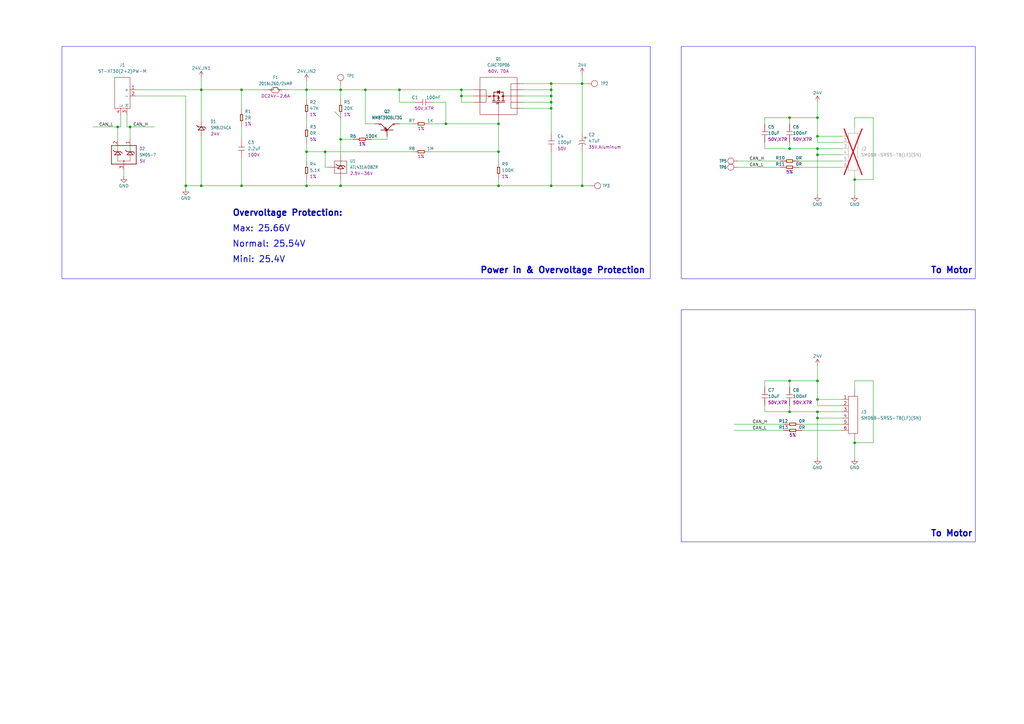
<source format=kicad_sch>
(kicad_sch (version 20231120) (generator "eeschema") (generator_version "8.0")
  (paper "A3")
  (title_block (title "Temporary Project") (date "2024-10-22") (rev "v0.9"))
  (lib_symbols
    (symbol "Seeed_libdb:Capacitors/302010012" (pin_numbers hide) (pin_names hide)
      (property "Reference" "C" (at 3.175 0 0))
      (property "Value" "100pF" (at 5.715 -1.905 0))
      (property "Voltage Rating" "50V" (at 0 0 0))
      (symbol "Capacitors/302010012_1_1"
        (pin passive line (at 0 3.81 270) (length 2.54) (name "1") (number "1"))
        (pin passive line (at 0 -3.81 90) (length 2.54) (name "2") (number "2"))
      )
    )
    (symbol "Seeed_libdb:Capacitors/302010138" (pin_numbers hide) (pin_names hide)
      (property "Reference" "C" (at 3.175 0 0))
      (property "Value" "100nF" (at 5.715 -1.905 0))
      (property "Voltage Rating" "50V,X7R" (at 0 0 0))
      (symbol "Capacitors/302010138_1_1"
        (pin passive line (at 0 3.81 270) (length 2.54) (name "1") (number "1"))
        (pin passive line (at 0 -3.81 90) (length 2.54) (name "2") (number "2"))
      )
    )
    (symbol "Seeed_libdb:Capacitors/302011107" (pin_numbers hide) (pin_names hide)
      (property "Reference" "C" (at 3.175 0 0))
      (property "Value" "2.2uF" (at 5.715 -1.905 0))
      (property "Voltage Rating" "100V" (at 0 0 0))
      (symbol "Capacitors/302011107_1_1"
        (pin passive line (at 0 3.81 270) (length 2.54) (name "1") (number "1"))
        (pin passive line (at 0 -3.81 90) (length 2.54) (name "2") (number "2"))
      )
    )
    (symbol "Seeed_libdb:Capacitors/302012419" (pin_numbers hide) (pin_names hide)
      (property "Reference" "C" (at 3.175 0 0))
      (property "Value" "10uF" (at 5.715 -1.905 0))
      (property "Voltage Rating" "50V,X7R" (at 0 0 0))
      (symbol "Capacitors/302012419_1_1"
        (pin passive line (at 0 3.81 270) (length 2.54) (name "1") (number "1"))
        (pin passive line (at 0 -3.81 90) (length 2.54) (name "2") (number "2"))
      )
    )
    (symbol "Seeed_libdb:Capacitors/302030988" (pin_numbers hide) (pin_names hide)
      (property "Reference" "C" (at 1.905 0.635 0))
      (property "Value" "47uF" (at 4.445 -1.27 0))
      (property "Voltage Rating" "35V,Aluminum" (at 0 0 0))
      (symbol "Capacitors/302030988_1_1"
        (pin passive line (at 0 3.81 270) (length 2.54) (name "1") (number "1"))
        (pin passive line (at 0 -3.81 90) (length 2.54) (name "2") (number "2"))
      )
    )
    (symbol "Seeed_libdb:Connector/320112130"
      (property "Reference" "J" (at -7.62 7.62 0))
      (property "Value" "ST-XT30(2+2)PW-M" (at -6.35 5.08 0))
      (symbol "Connector/320112130_1_0"
        (pin passive line (at -1.27 6.35 270) (length 2.54) (name "+") (number "1"))
        (pin passive line (at 1.27 6.35 270) (length 2.54) (name "-") (number "2"))
        (pin passive line (at 8.89 2.54 180) (length 2.54) (name "H") (number "3"))
        (pin passive line (at 8.89 0 180) (length 2.54) (name "L") (number "4"))
      )
    )
    (symbol "Seeed_libdb:Connector/320150213"
      (property "Reference" "J" (at -5.08 12.7 0))
      (property "Value" "SM06B-SRSS-TB(LF)(SN)" (at -2.54 10.16 0))
      (symbol "Connector/320150213_1_0"
        (pin passive line (at -2.54 5.08 0) (length 2.54) (name "1") (number "1"))
        (pin passive line (at -2.54 2.54 0) (length 2.54) (name "2") (number "2"))
        (pin passive line (at -2.54 0 0) (length 2.54) (name "3") (number "3"))
        (pin passive line (at -2.54 -2.54 0) (length 2.54) (name "4") (number "4"))
        (pin passive line (at -2.54 -5.08 0) (length 2.54) (name "5") (number "5"))
        (pin passive line (at -2.54 -7.62 0) (length 2.54) (name "6") (number "6"))
        (pin passive line (at 2.54 -11.43 90) (length 2.54) (name "7") (number "7"))
        (pin passive line (at 2.54 8.89 270) (length 2.54) (name "8") (number "8"))
      )
    )
    (symbol "Seeed_libdb:Diode/304050019"
      (property "Reference" "D" (at -5.08 3.81 0))
      (property "Value" "SM05-7" (at 0.635 3.81 0))
      (property "Rating" "5V" (at 0 0 0))
      (symbol "Diode/304050019_1_0"
        (pin passive line (at -2.54 -6.35 90) (length 2.54) (name "1") (number "1"))
        (pin passive line (at 2.54 -6.35 90) (length 2.54) (name "2") (number "2"))
        (pin passive line (at 0 6.35 270) (length 2.54) (name "3") (number "3"))
      )
    )
    (symbol "Seeed_libdb:Diode/304051161"
      (property "Reference" "D" (at -3.175 0.635 0))
      (property "Value" "SMBJ24CA" (at 0.635 0.635 0))
      (property "Rating" "24V" (at 0 0 0))
      (symbol "Diode/304051161_1_0"
        (pin passive line (at -3.81 0 0) (length 2.54) (name "+") (number "1"))
        (pin passive line (at 2.54 0 180) (length 2.54) (name "-") (number "2"))
      )
    )
    (symbol "Seeed_libdb:Fuse/307010777"
      (property "Reference" "F" (at -3.81 0.635 0))
      (property "Value" "2016L260/24MR	" (at 0.635 0.635 0))
      (property "Rating" "DC24V-2.6A" (at 0 0 0))
      (symbol "Fuse/307010777_1_0"
        (pin passive line (at -5.08 0 0) (length 2.54) (name "1") (number "1"))
        (pin passive line (at 5.08 0 180) (length 2.54) (name "2") (number "2"))
      )
    )
    (symbol "Seeed_libdb:Ic/310031388"
      (property "Reference" "U" (at 2.54 0.635 0))
      (property "Value" "ATL431AIDBZR	" (at 2.54 -1.905 0))
      (property "Rating" "2.5V-36V" (at 0 0 0))
      (symbol "Ic/310031388_1_0"
        (pin passive line (at 0 5.08 270) (length 2.54) (name "-") (number "1"))
        (pin passive line (at -5.08 0 0) (length 2.54) (name "Vref") (number "2"))
        (pin passive line (at 0 -5.08 90) (length 2.54) (name "+") (number "3"))
      )
    )
    (symbol "Seeed_libdb:Misc/TP-1.6MM-ROUND"
      (property "Reference" "TP" (at -2.54 0 0))
      (property "Value" "Test Point" (at 5.08 0 0))
      (symbol "Misc/TP-1.6MM-ROUND_1_0"
        (pin passive line (at -2.54 0 0) (length 0) (name "T") (number "1"))
      )
    )
    (symbol "Seeed_libdb:Mosfet/305020497"
      (property "Reference" "Q" (at -7.62 7.62 0))
      (property "Value" "CJAC70P06" (at -2.54 7.62 0))
      (property "Rating" "60V，70A" (at 0 0 0))
      (symbol "Mosfet/305020497_1_0"
        (text "D" (at -0.635 2.2225 0) (effects (font (size 0.8128 0.6908)) (justify left bottom)))
        (text "G" (at -3.4925 0 0) (effects (font (size 0.8128 0.6908)) (justify left bottom)))
        (text "S" (at -0.635 -3.175 0) (effects (font (size 0.8128 0.6908)) (justify left bottom)))
        (pin passive line (at -2.54 -10.16 90) (length 2.54) (name "S1") (number "1"))
        (pin passive line (at 0 -10.16 90) (length 2.54) (name "S2") (number "2"))
        (pin passive line (at 2.54 -10.16 90) (length 2.54) (name "S3") (number "3"))
        (pin passive line (at -10.16 0 0) (length 2.54) (name "G") (number "4"))
        (pin passive line (at -5.08 10.16 270) (length 2.54) (name "D1") (number "5"))
        (pin passive line (at -2.54 10.16 270) (length 2.54) (name "D2") (number "6"))
        (pin passive line (at 0 10.16 270) (length 2.54) (name "D3") (number "7"))
        (pin passive line (at 2.54 10.16 270) (length 2.54) (name "D4") (number "8"))
        (pin passive line (at 5.08 10.16 270) (length 2.54) (name "D5") (number "9"))
      )
    )
    (symbol "Seeed_libdb:Resistors/301010000" (pin_numbers hide) (pin_names (offset 1.016))
      (property "Reference" "R" (at -1.905 0.635 0))
      (property "Value" "0R" (at 0.635 0.635 0))
      (property "Power Rating" "5%" (at 0 0 0))
      (symbol "Resistors/301010000_0_0"
        (pin passive line (at -3.81 0 0) (length 2.54) (name "~") (number "1"))
        (pin passive line (at 3.81 0 180) (length 2.54) (name "~") (number "2"))
      )
    )
    (symbol "Seeed_libdb:Resistors/301010043" (pin_numbers hide) (pin_names (offset 1.016))
      (property "Reference" "R" (at -1.905 0.635 0))
      (property "Value" "1M" (at 0.635 0.635 0))
      (property "Power Rating" "1%" (at 0 0 0))
      (symbol "Resistors/301010043_0_0"
        (pin passive line (at -3.81 0 0) (length 2.54) (name "~") (number "1"))
        (pin passive line (at 3.81 0 180) (length 2.54) (name "~") (number "2"))
      )
    )
    (symbol "Seeed_libdb:Resistors/301010044" (pin_numbers hide) (pin_names (offset 1.016))
      (property "Reference" "R" (at -1.905 0.635 0))
      (property "Value" "1K" (at 0.635 0.635 0))
      (property "Power Rating" "1%" (at 0 0 0))
      (symbol "Resistors/301010044_0_0"
        (pin passive line (at -3.81 0 0) (length 2.54) (name "~") (number "1"))
        (pin passive line (at 3.81 0 180) (length 2.54) (name "~") (number "2"))
      )
    )
    (symbol "Seeed_libdb:Resistors/301010054" (pin_numbers hide) (pin_names (offset 1.016))
      (property "Reference" "R" (at -1.905 0.635 0))
      (property "Value" "47K" (at 0.635 0.635 0))
      (property "Power Rating" "1%" (at 0 0 0))
      (symbol "Resistors/301010054_0_0"
        (pin passive line (at -3.81 0 0) (length 2.54) (name "~") (number "1"))
        (pin passive line (at 3.81 0 180) (length 2.54) (name "~") (number "2"))
      )
    )
    (symbol "Seeed_libdb:Resistors/301010072" (pin_numbers hide) (pin_names (offset 1.016))
      (property "Reference" "R" (at -1.905 0.635 0))
      (property "Value" "20K" (at 0.635 0.635 0))
      (property "Power Rating" "1%" (at 0 0 0))
      (symbol "Resistors/301010072_0_0"
        (pin passive line (at -3.81 0 0) (length 2.54) (name "~") (number "1"))
        (pin passive line (at 3.81 0 180) (length 2.54) (name "~") (number "2"))
      )
    )
    (symbol "Seeed_libdb:Resistors/301010456" (pin_numbers hide) (pin_names (offset 1.016))
      (property "Reference" "R" (at -1.905 0.635 0))
      (property "Value" "100K" (at 0.635 0.635 0))
      (property "Power Rating" "1%" (at 0 0 0))
      (symbol "Resistors/301010456_0_0"
        (pin passive line (at -3.81 0 0) (length 2.54) (name "~") (number "1"))
        (pin passive line (at 3.81 0 180) (length 2.54) (name "~") (number "2"))
      )
    )
    (symbol "Seeed_libdb:Resistors/301010495" (pin_numbers hide) (pin_names (offset 1.016))
      (property "Reference" "R" (at -1.905 0.635 0))
      (property "Value" "5.1K" (at 0.635 0.635 0))
      (property "Power Rating" "1%" (at 0 0 0))
      (symbol "Resistors/301010495_0_0"
        (pin passive line (at -3.81 0 0) (length 2.54) (name "~") (number "1"))
        (pin passive line (at 3.81 0 180) (length 2.54) (name "~") (number "2"))
      )
    )
    (symbol "Seeed_libdb:Resistors/301013445" (pin_numbers hide) (pin_names (offset 1.016))
      (property "Reference" "R" (at -1.905 0.635 0))
      (property "Value" "2R" (at 0.635 0.635 0))
      (property "Power Rating" "1%" (at 0 0 0))
      (symbol "Resistors/301013445_0_0"
        (pin passive line (at -3.81 0 0) (length 2.54) (name "~") (number "1"))
        (pin passive line (at 3.81 0 180) (length 2.54) (name "~") (number "2"))
      )
    )
    (symbol "Seeed_libdb:Transistor/305020002"
      (property "Reference" "Q" (at -3.81 1.27 0))
      (property "Value" "MMBT3906LT3G" (at -1.27 1.27 0))
      (symbol "Transistor/305020002_1_0"
        (text "B" (at -0.635 0 0) (effects (font (size 0.635 0.5397)) (justify left bottom)))
        (text "C" (at 1.905 -3.175 0) (effects (font (size 0.635 0.5397)) (justify left bottom)))
        (text "E" (at 1.905 2.54 0) (effects (font (size 0.635 0.5397)) (justify left bottom)))
        (pin passive line (at -2.54 0 0) (length 2.54) (name "B") (number "1"))
        (pin passive line (at 2.54 5.08 270) (length 2.54) (name "E") (number "2"))
        (pin passive line (at 2.54 -5.08 90) (length 2.54) (name "C") (number "3"))
      )
    )
    (symbol "power:+24V" (power) (pin_numbers hide) (pin_names (offset 0) hide)
      (property "Value" "+24V" (at 0 3.556 0))
      (symbol "+24V_1_1"
        (pin power_in line (at 0 0 90) (length 0) (name "~") (number "1"))
      )
    )
    (symbol "power:GND" (power) (pin_numbers hide) (pin_names (offset 0) hide)
      (property "Value" "GND" (at 0 -3.81 0))
      (symbol "GND_1_1"
        (pin power_in line (at 0 0 270) (length 0) (name "~") (number "1"))
      )
    )
  )
  (junction (at 226.06 44.45))
  (junction (at 335.28 63.5))
  (junction (at 163.83 36.83))
  (junction (at 139.7 57.15))
  (junction (at 226.06 76.2))
  (junction (at 53.34 52.07))
  (junction (at 335.28 168.91))
  (junction (at 204.47 76.2))
  (junction (at 189.23 39.37))
  (junction (at 139.7 76.2))
  (junction (at 82.55 36.83))
  (junction (at 226.06 41.91))
  (junction (at 323.85 156.21))
  (junction (at 350.52 181.61))
  (junction (at 125.73 36.83))
  (junction (at 335.28 156.21))
  (junction (at 189.23 36.83))
  (junction (at 335.28 48.26))
  (junction (at 335.28 55.88))
  (junction (at 149.86 36.83))
  (junction (at 238.76 76.2))
  (junction (at 226.06 39.37))
  (junction (at 133.35 62.23))
  (junction (at 99.06 36.83))
  (junction (at 323.85 60.96))
  (junction (at 82.55 76.2))
  (junction (at 238.76 34.29))
  (junction (at 323.85 168.91))
  (junction (at 335.28 60.96))
  (junction (at 99.06 76.2))
  (junction (at 125.73 62.23))
  (junction (at 76.2 76.2))
  (junction (at 139.7 36.83))
  (junction (at 204.47 62.23))
  (junction (at 226.06 36.83))
  (junction (at 48.26 52.07))
  (junction (at 323.85 48.26))
  (junction (at 182.88 50.8))
  (junction (at 335.28 171.45))
  (junction (at 335.28 163.83))
  (junction (at 125.73 76.2))
  (junction (at 204.47 50.8))
  (junction (at 350.52 73.66))
  (junction (at 226.06 34.29))
  (bus_entry (at 137.16 45.72) (size 2.54 2.54))
  (wire (pts (xy 226.06 62.23) (xy 226.06 76.2)))
  (wire (pts (xy 139.7 57.15) (xy 144.78 57.15)))
  (wire (pts (xy 327.66 68.58) (xy 345.44 68.58)))
  (wire (pts (xy 350.52 48.26) (xy 358.14 48.26)))
  (wire (pts (xy 335.28 163.83) (xy 345.44 163.83)))
  (wire (pts (xy 170.18 41.91) (xy 163.83 41.91)))
  (wire (pts (xy 313.69 156.21) (xy 313.69 158.75)))
  (wire (pts (xy 313.69 168.91) (xy 323.85 168.91)))
  (wire (pts (xy 350.52 72.39) (xy 350.52 73.66)))
  (wire (pts (xy 125.73 76.2) (xy 139.7 76.2)))
  (wire (pts (xy 204.47 62.23) (xy 204.47 66.04)))
  (wire (pts (xy 345.44 58.42) (xy 335.28 58.42)))
  (wire (pts (xy 133.35 62.23) (xy 168.91 62.23)))
  (wire (pts (xy 125.73 62.23) (xy 125.73 66.04)))
  (wire (pts (xy 99.06 36.83) (xy 99.06 44.45)))
  (wire (pts (xy 133.35 62.23) (xy 133.35 68.58)))
  (wire (pts (xy 226.06 34.29) (xy 226.06 36.83)))
  (wire (pts (xy 313.69 60.96) (xy 323.85 60.96)))
  (wire (pts (xy 302.26 68.58) (xy 320.04 68.58)))
  (wire (pts (xy 350.52 156.21) (xy 358.14 156.21)))
  (wire (pts (xy 176.53 62.23) (xy 204.47 62.23)))
  (wire (pts (xy 53.34 52.07) (xy 53.34 57.15)))
  (wire (pts (xy 163.83 50.8) (xy 168.91 50.8)))
  (wire (pts (xy 328.93 173.99) (xy 345.44 173.99)))
  (wire (pts (xy 358.14 73.66) (xy 350.52 73.66)))
  (wire (pts (xy 204.47 73.66) (xy 204.47 76.2)))
  (wire (pts (xy 300.99 176.53) (xy 321.31 176.53)))
  (wire (pts (xy 350.52 181.61) (xy 350.52 187.96)))
  (wire (pts (xy 323.85 158.75) (xy 323.85 156.21)))
  (wire (pts (xy 50.8 69.85) (xy 50.8 72.39)))
  (wire (pts (xy 55.88 36.83) (xy 82.55 36.83)))
  (wire (pts (xy 163.83 36.83) (xy 189.23 36.83)))
  (wire (pts (xy 125.73 62.23) (xy 133.35 62.23)))
  (wire (pts (xy 153.67 50.8) (xy 149.86 50.8)))
  (wire (pts (xy 335.28 168.91) (xy 335.28 171.45)))
  (wire (pts (xy 335.28 171.45) (xy 335.28 187.96)))
  (wire (pts (xy 226.06 76.2) (xy 238.76 76.2)))
  (wire (pts (xy 48.26 52.07) (xy 49.53 52.07)))
  (wire (pts (xy 76.2 76.2) (xy 76.2 77.47)))
  (wire (pts (xy 335.28 55.88) (xy 345.44 55.88)))
  (wire (pts (xy 149.86 36.83) (xy 163.83 36.83)))
  (wire (pts (xy 125.73 36.83) (xy 118.11 36.83)))
  (wire (pts (xy 38.1 52.07) (xy 48.26 52.07)))
  (wire (pts (xy 335.28 41.91) (xy 335.28 48.26)))
  (wire (pts (xy 139.7 76.2) (xy 204.47 76.2)))
  (wire (pts (xy 125.73 33.02) (xy 125.73 36.83)))
  (wire (pts (xy 335.28 48.26) (xy 335.28 55.88)))
  (wire (pts (xy 345.44 166.37) (xy 335.28 166.37)))
  (wire (pts (xy 242.57 76.2) (xy 238.76 76.2)))
  (wire (pts (xy 204.47 76.2) (xy 226.06 76.2)))
  (wire (pts (xy 323.85 166.37) (xy 323.85 168.91)))
  (wire (pts (xy 300.99 173.99) (xy 321.31 173.99)))
  (wire (pts (xy 335.28 63.5) (xy 345.44 63.5)))
  (wire (pts (xy 214.63 39.37) (xy 226.06 39.37)))
  (wire (pts (xy 139.7 34.29) (xy 139.7 36.83)))
  (wire (pts (xy 125.73 36.83) (xy 125.73 40.64)))
  (wire (pts (xy 204.47 50.8) (xy 204.47 62.23)))
  (wire (pts (xy 99.06 76.2) (xy 125.73 76.2)))
  (wire (pts (xy 182.88 50.8) (xy 176.53 50.8)))
  (wire (pts (xy 345.44 168.91) (xy 335.28 168.91)))
  (wire (pts (xy 313.69 48.26) (xy 323.85 48.26)))
  (wire (pts (xy 323.85 168.91) (xy 335.28 168.91)))
  (wire (pts (xy 152.4 57.15) (xy 158.75 57.15)))
  (wire (pts (xy 350.52 180.34) (xy 350.52 181.61)))
  (wire (pts (xy 214.63 34.29) (xy 226.06 34.29)))
  (wire (pts (xy 99.06 36.83) (xy 107.95 36.83)))
  (wire (pts (xy 134.62 68.58) (xy 133.35 68.58)))
  (wire (pts (xy 323.85 60.96) (xy 335.28 60.96)))
  (wire (pts (xy 82.55 36.83) (xy 82.55 49.53)))
  (wire (pts (xy 350.52 73.66) (xy 350.52 80.01)))
  (wire (pts (xy 139.7 57.15) (xy 139.7 63.5)))
  (wire (pts (xy 226.06 41.91) (xy 226.06 44.45)))
  (wire (pts (xy 358.14 156.21) (xy 358.14 181.61)))
  (wire (pts (xy 177.8 41.91) (xy 182.88 41.91)))
  (wire (pts (xy 323.85 156.21) (xy 335.28 156.21)))
  (wire (pts (xy 345.44 60.96) (xy 335.28 60.96)))
  (wire (pts (xy 238.76 62.23) (xy 238.76 76.2)))
  (wire (pts (xy 158.75 57.15) (xy 158.75 55.88)))
  (wire (pts (xy 335.28 166.37) (xy 335.28 163.83)))
  (wire (pts (xy 350.52 52.07) (xy 350.52 48.26)))
  (wire (pts (xy 163.83 41.91) (xy 163.83 36.83)))
  (wire (pts (xy 125.73 48.26) (xy 125.73 50.8)))
  (wire (pts (xy 149.86 50.8) (xy 149.86 36.83)))
  (wire (pts (xy 125.73 73.66) (xy 125.73 76.2)))
  (wire (pts (xy 76.2 76.2) (xy 82.55 76.2)))
  (wire (pts (xy 82.55 36.83) (xy 99.06 36.83)))
  (wire (pts (xy 313.69 58.42) (xy 313.69 60.96)))
  (wire (pts (xy 238.76 34.29) (xy 238.76 54.61)))
  (wire (pts (xy 238.76 30.48) (xy 238.76 34.29)))
  (wire (pts (xy 313.69 156.21) (xy 323.85 156.21)))
  (wire (pts (xy 226.06 34.29) (xy 238.76 34.29)))
  (wire (pts (xy 350.52 160.02) (xy 350.52 156.21)))
  (wire (pts (xy 76.2 39.37) (xy 55.88 39.37)))
  (wire (pts (xy 226.06 39.37) (xy 226.06 41.91)))
  (wire (pts (xy 182.88 41.91) (xy 182.88 50.8)))
  (wire (pts (xy 139.7 73.66) (xy 139.7 76.2)))
  (wire (pts (xy 189.23 39.37) (xy 189.23 36.83)))
  (wire (pts (xy 204.47 50.8) (xy 204.47 49.53)))
  (wire (pts (xy 149.86 36.83) (xy 139.7 36.83)))
  (wire (pts (xy 194.31 39.37) (xy 189.23 39.37)))
  (wire (pts (xy 226.06 36.83) (xy 226.06 39.37)))
  (wire (pts (xy 125.73 36.83) (xy 139.7 36.83)))
  (wire (pts (xy 82.55 76.2) (xy 99.06 76.2)))
  (wire (pts (xy 323.85 58.42) (xy 323.85 60.96)))
  (wire (pts (xy 226.06 44.45) (xy 226.06 54.61)))
  (wire (pts (xy 189.23 41.91) (xy 189.23 39.37)))
  (wire (pts (xy 335.28 58.42) (xy 335.28 55.88)))
  (wire (pts (xy 323.85 48.26) (xy 335.28 48.26)))
  (wire (pts (xy 335.28 171.45) (xy 345.44 171.45)))
  (wire (pts (xy 82.55 31.75) (xy 82.55 36.83)))
  (wire (pts (xy 48.26 52.07) (xy 48.26 57.15)))
  (wire (pts (xy 49.53 46.99) (xy 49.53 52.07)))
  (wire (pts (xy 52.07 52.07) (xy 53.34 52.07)))
  (wire (pts (xy 182.88 50.8) (xy 204.47 50.8)))
  (wire (pts (xy 335.28 149.86) (xy 335.28 156.21)))
  (wire (pts (xy 76.2 39.37) (xy 76.2 76.2)))
  (wire (pts (xy 238.76 34.29) (xy 241.3 34.29)))
  (wire (pts (xy 328.93 176.53) (xy 345.44 176.53)))
  (wire (pts (xy 327.66 66.04) (xy 345.44 66.04)))
  (wire (pts (xy 53.34 52.07) (xy 63.5 52.07)))
  (wire (pts (xy 99.06 52.07) (xy 99.06 57.15)))
  (wire (pts (xy 335.28 156.21) (xy 335.28 163.83)))
  (wire (pts (xy 139.7 40.64) (xy 139.7 36.83)))
  (wire (pts (xy 214.63 44.45) (xy 226.06 44.45)))
  (wire (pts (xy 358.14 181.61) (xy 350.52 181.61)))
  (wire (pts (xy 302.26 66.04) (xy 320.04 66.04)))
  (wire (pts (xy 99.06 64.77) (xy 99.06 76.2)))
  (wire (pts (xy 335.28 63.5) (xy 335.28 80.01)))
  (wire (pts (xy 125.73 58.42) (xy 125.73 62.23)))
  (wire (pts (xy 52.07 46.99) (xy 52.07 52.07)))
  (wire (pts (xy 82.55 55.88) (xy 82.55 76.2)))
  (wire (pts (xy 214.63 36.83) (xy 226.06 36.83)))
  (wire (pts (xy 313.69 166.37) (xy 313.69 168.91)))
  (wire (pts (xy 139.7 48.26) (xy 139.7 57.15)))
  (wire (pts (xy 335.28 60.96) (xy 335.28 63.5)))
  (wire (pts (xy 313.69 48.26) (xy 313.69 50.8)))
  (wire (pts (xy 194.31 41.91) (xy 189.23 41.91)))
  (wire (pts (xy 323.85 50.8) (xy 323.85 48.26)))
  (wire (pts (xy 189.23 36.83) (xy 194.31 36.83)))
  (wire (pts (xy 358.14 48.26) (xy 358.14 73.66)))
  (wire (pts (xy 214.63 41.91) (xy 226.06 41.91)))
  (rectangle (start 25.4 19.05) (end 266.7 114.3))
  (rectangle (start 279.4 127) (end 400.05 222.25))
  (rectangle (start 279.4 19.05) (end 400.05 114.3))
  (text "To Motor" (at 381.635 112.395 0) (effects (font (size 2.54 2.54) (thickness 0.508) (bold yes)) (justify left bottom)))
  (text "To Motor" (at 381.635 220.345 0) (effects (font (size 2.54 2.54) (thickness 0.508) (bold yes)) (justify left bottom)))
  (text "Normal: 25.54V" (at 95.25 101.6 0) (effects (font (size 2.54 2.54) (thickness 0.3175)) (justify left bottom)))
  (text "Max: 25.66V" (at 95.25 95.25 0) (effects (font (size 2.54 2.54) (thickness 0.3175)) (justify left bottom)))
  (text "Power in & Overvoltage Protection" (at 196.85 112.395 0) (effects (font (size 2.54 2.54) (thickness 0.508) (bold yes)) (justify left bottom)))
  (text "Overvoltage Protection:" (at 95.25 88.9 0) (effects (font (size 2.54 2.54) (thickness 0.508) (bold yes)) (justify left bottom)))
  (text "Mini: 25.4V" (at 95.25 107.95 0) (effects (font (size 2.54 2.54) (thickness 0.3175)) (justify left bottom)))
  (label "CAN_H" (at 54.61 52.07 0))
  (label "CAN_L" (at 307.34 68.58 0))
  (label "CAN_L" (at 40.64 52.07 0))
  (label "CAN_H" (at 307.34 66.04 0))
  (label "CAN_H" (at 308.61 173.99 0))
  (label "CAN_L" (at 308.61 176.53 0))
  (symbol (lib_id "power:GND") (at 350.52 80.01 0) (unit 1)
    (property "Reference" "#PWR06" (effects (hide yes)))
    (property "Value" "GND" (at 350.52 83.82 0))
    (property "Description" "Power symbol creates a global label with name \"GND\" , ground" (effects (hide yes)))
  )
  (symbol (lib_id "Seeed_libdb:Misc/TP-1.6MM-ROUND") (at 139.7 31.75 90) (unit 1)
    (property "Reference" "TP1" (at 142.24 31.1149 90) (effects (font (size 1.27 1.0795)) (justify right)))
    (property "Value" "Test Point" (effects (hide yes)))
    (property "Footprint" "Misc:TP-1.6MM-ROUND" (effects (hide yes)))
    (property "Description" "Test Point;TP-1.6MM-ROUND" (effects (hide yes)))
    (property "SKU" "TP-1.6MM-ROUND" (effects (hide yes)))
    (property "Part Type" "Test Point" (effects (hide yes)))
  )
  (symbol (lib_id "Seeed_libdb:Misc/TP-1.6MM-ROUND") (at 243.84 34.29 0) (unit 1)
    (property "Reference" "TP2" (at 246.38 34.29 0) (effects (font (size 1.27 1.0795)) (justify left)))
    (property "Value" "Test Point" (effects (hide yes)))
    (property "Footprint" "Misc:TP-1.6MM-ROUND" (effects (hide yes)))
    (property "Description" "Test Point;TP-1.6MM-ROUND" (effects (hide yes)))
    (property "SKU" "TP-1.6MM-ROUND" (effects (hide yes)))
    (property "Part Type" "Test Point" (effects (hide yes)))
  )
  (symbol (lib_id "power:GND") (at 335.28 80.01 0) (unit 1)
    (property "Reference" "#PWR07" (effects (hide yes)))
    (property "Value" "GND" (at 335.28 83.82 0))
    (property "Description" "Power symbol creates a global label with name \"GND\" , ground" (effects (hide yes)))
  )
  (symbol (lib_id "Seeed_libdb:Resistors/301013445") (at 99.06 48.26 90) (unit 1)
    (property "Reference" "R1" (at 100.33 45.7199 90) (effects (justify right)))
    (property "Value" "2R" (at 100.33 48.2599 90) (effects (justify right)))
    (property "Footprint" "Resistor:R2512" (effects (hide yes)))
    (property "Description" "SMD RES 2R-1%-1W;2512" (effects (hide yes)))
    (property "Manufacturer" "YAGEO" (effects (hide yes)))
    (property "MPN" "RC2512FK-072RL" (effects (hide yes)))
    (property "SKU" "301013445" (effects (hide yes)))
    (property "Resistance" "2R" (effects (hide yes)))
    (property "Part Type" "RES" (effects (hide yes)))
    (property "Power Rating" "1%" (at 100.33 50.7999 90) (effects (justify right)))
    (property "Status" "reCamera Gimbal" (effects (hide yes)))
    (property "Temperature" "-55°C to 155°C" (effects (hide yes)))
  )
  (symbol (lib_id "Seeed_libdb:Ic/310031388") (at 139.7 68.58 0) (unit 1)
    (property "Reference" "U1" (at 143.51 66.0399 0) (effects (font (size 1.27 1.0795)) (justify left)))
    (property "Value" "ATL431AIDBZR" (at 143.51 68.5799 0) (effects (font (size 1.27 1.0795)) (justify left)))
    (property "Footprint" "Ic:SOT-23" (effects (hide yes)))
    (property "Description" "SMD IC PMIC; IC VREF SHUNT ADJ;SOT23-3" (effects (hide yes)))
    (property "Manufacturer" "TI" (effects (hide yes)))
    (property "MPN" "ATL431AIDBZR	" (effects (hide yes)))
    (property "SKU" "310031388" (effects (hide yes)))
    (property "Part Type" "VERF" (effects (hide yes)))
    (property "Rating" "2.5V-36V" (at 143.51 71.1199 0) (effects (justify left)))
    (property "Status" "reCamera Gimbal" (effects (hide yes)))
    (property "Temperature" "-40°C to 85°C" (effects (hide yes)))
  )
  (symbol (lib_id "Seeed_libdb:Resistors/301010495") (at 125.73 69.85 90) (unit 1)
    (property "Reference" "R4" (at 127 67.3099 90) (effects (justify right)))
    (property "Value" "5.1K" (at 127 69.8499 90) (effects (justify right)))
    (property "Footprint" "Resistor:R0402" (effects (hide yes)))
    (property "Description" "SMD RES;5.1K-1%-1/16W;0402" (effects (hide yes)))
    (property "Manufacturer" "YAGEO" (effects (hide yes)))
    (property "MPN" "RC0402FR-075K1L" (effects (hide yes)))
    (property "SKU" "301010495" (effects (hide yes)))
    (property "Resistance" "5.1K" (effects (hide yes)))
    (property "Part Type" "RES" (effects (hide yes)))
    (property "Power Rating" "1%" (at 127 72.3899 90) (effects (justify right)))
    (property "Status" "Geni" (effects (hide yes)))
    (property "Temperature" "-55°C to 155°C" (effects (hide yes)))
  )
  (symbol (lib_id "Seeed_libdb:Resistors/301010000") (at 325.12 173.99 0) (unit 1)
    (property "Reference" "R12" (at 321.31 172.72 0))
    (property "Value" "0R" (at 328.93 172.72 0))
    (property "Footprint" "Resistor:R0402" (effects (hide yes)))
    (property "Description" "SMD RES 0R-5%-1/16W;0402" (effects (hide yes)))
    (property "Manufacturer" "YAGEO" (effects (hide yes)))
    (property "MPN" "RC0402JR-070RL" (effects (hide yes)))
    (property "SKU" "301010000" (effects (hide yes)))
    (property "Resistance" "0R" (effects (hide yes)))
    (property "Part Type" "RES" (effects (hide yes)))
    (property "Power Rating" "5%" (effects (hide yes)))
    (property "Status" "BeagleBone Carrier Board" (effects (hide yes)))
    (property "Temperature" "-55°C to 155°C" (effects (hide yes)))
  )
  (symbol (lib_id "power:+24V") (at 125.73 33.02 0) (unit 1)
    (property "Reference" "#PWR03" (effects (hide yes)))
    (property "Value" "24V_IN2" (at 125.73 29.21 0))
    (property "Description" "Power symbol creates a global label with name \"+24V\"" (effects (hide yes)))
  )
  (symbol (lib_id "Seeed_libdb:Misc/TP-1.6MM-ROUND") (at 245.11 76.2 0) (unit 1)
    (property "Reference" "TP3" (at 247.015 76.2 0) (effects (font (size 1.27 1.0795)) (justify left)))
    (property "Value" "Test Point" (effects (hide yes)))
    (property "Footprint" "Misc:TP-1.6MM-ROUND" (effects (hide yes)))
    (property "Description" "Test Point;TP-1.6MM-ROUND" (effects (hide yes)))
    (property "SKU" "TP-1.6MM-ROUND" (effects (hide yes)))
    (property "Part Type" "Test Point" (effects (hide yes)))
  )
  (symbol (lib_id "Seeed_libdb:Misc/TP-1.6MM-ROUND") (at 299.72 68.58 180) (unit 1)
    (property "Reference" "TP6" (at 296.545 68.58 0) (effects (font (size 1.27 1.0795))))
    (property "Value" "Test Point" (effects (hide yes)))
    (property "Footprint" "Misc:TP-1.6MM-ROUND" (effects (hide yes)))
    (property "Description" "Test Point;TP-1.6MM-ROUND" (effects (hide yes)))
    (property "SKU" "TP-1.6MM-ROUND" (effects (hide yes)))
    (property "Part Type" "Test Point" (effects (hide yes)))
  )
  (symbol (lib_id "Seeed_libdb:Connector/320112130") (at 49.53 38.1 270) (unit 1)
    (property "Reference" "J1" (at 50.165 26.67 90))
    (property "Value" "ST-XT30(2+2)PW-M" (at 50.165 29.21 90))
    (property "Footprint" "Connector:XT30-2+2P-15.5x12.5x5.2mm" (effects (hide yes)))
    (property "Description" "DIP XT30(2+2) Male Connector-Black-Au;(2+2)P;L12.5*W15.5*H5.2mm" (effects (hide yes)))
    (property "Manufacturer" "SUNGTECH" (effects (hide yes)))
    (property "MPN" "ST-XT30(2+2)PW-M" (effects (hide yes)))
    (property "SKU" "320112130" (effects (hide yes)))
    (property "Part Type" "Connector" (effects (hide yes)))
    (property "Status" "reCamera Gimal" (effects (hide yes)))
    (property "Temperature" "-20°C to 120°C" (effects (hide yes)))
  )
  (symbol (lib_id "Seeed_libdb:Connector/320150213") (at 347.98 60.96 0) (unit 1) (dnp yes)
    (property "Reference" "J2" (at 353.06 60.9599 0) (effects (justify left)))
    (property "Value" "SM06B-SRSS-TB(LF)(SN)" (at 353.06 63.4999 0) (effects (justify left)))
    (property "Footprint" "Connector:SMD-SH1.0-6P-90D" (effects (hide yes)))
    (property "Description" "SMD Male SH-Narutal R/A;6P-1.0-90D" (effects (hide yes)))
    (property "Manufacturer" "JST" (effects (hide yes)))
    (property "MPN" "SM06B-SRSS-TB(LF)(SN)" (effects (hide yes)))
    (property "SKU" "320150213" (effects (hide yes)))
    (property "Part Type" "Connector" (effects (hide yes)))
    (property "Status" "reCamera Gimal" (effects (hide yes)))
    (property "Temperature" "-25°C to +85°C" (effects (hide yes)))
  )
  (symbol (lib_id "Seeed_libdb:Capacitors/302012419") (at 313.69 162.56 0) (unit 1)
    (property "Reference" "C7" (at 314.96 160.02 0) (effects (justify left)))
    (property "Value" "10uF" (at 314.96 162.56 0) (effects (justify left)))
    (property "Footprint" "Capacitor:C1206" (effects (hide yes)))
    (property "Description" "SMD CAP Ceramic 10UF-50V-10%-X7R;1206" (effects (hide yes)))
    (property "Manufacturer" "Samsung" (effects (hide yes)))
    (property "MPN" "CL31B106KBHNNNE" (effects (hide yes)))
    (property "SKU" "302012419" (effects (hide yes)))
    (property "Part Type" "Ceramic" (effects (hide yes)))
    (property "Voltage Rating" "50V,X7R" (at 314.96 165.1 0) (effects (justify left)))
    (property "Status" "reTerminal DM" (effects (hide yes)))
    (property "Temperature" "-55°C to 125°C" (effects (hide yes)))
    (property "Priority" "A" (effects (hide yes)))
  )
  (symbol (lib_id "power:+24V") (at 335.28 41.91 0) (unit 1)
    (property "Reference" "#PWR05" (effects (hide yes)))
    (property "Value" "24V" (at 335.28 38.1 0))
    (property "Description" "Power symbol creates a global label with name \"+24V\"" (effects (hide yes)))
  )
  (symbol (lib_id "Seeed_libdb:Mosfet/305020497") (at 204.47 39.37 270) (mirror x) (unit 1)
    (property "Reference" "Q1" (at 204.47 24.13 90) (effects (font (size 1.27 1.0795))))
    (property "Value" "CJAC70P06" (at 204.47 26.67 90) (effects (font (size 1.27 1.0795))))
    (property "Footprint" "Mosfet:PG-TDSON-8-1.27-6X5X1MM" (effects (hide yes)))
    (property "Description" "SMD MOSFET P-CH 60V-70A;PDFNWB5*6-8L" (effects (hide yes)))
    (property "Manufacturer" "CJ" (effects (hide yes)))
    (property "MPN" "CJAC70P06" (effects (hide yes)))
    (property "SKU" "305020497" (effects (hide yes)))
    (property "Part Type" "PMOS" (effects (hide yes)))
    (property "Rating" "60V，70A" (at 204.47 29.21 90))
    (property "Status" "Mission Pack" (effects (hide yes)))
    (property "Temperature" "-55°C to 150°C" (effects (hide yes)))
  )
  (symbol (lib_id "power:+24V") (at 82.55 31.75 0) (unit 1)
    (property "Reference" "#PWR01" (effects (hide yes)))
    (property "Value" "24V_IN1" (at 82.55 27.94 0))
    (property "Description" "Power symbol creates a global label with name \"+24V\"" (effects (hide yes)))
  )
  (symbol (lib_id "Seeed_libdb:Transistor/305020002") (at 158.75 53.34 90) (unit 1)
    (property "Reference" "Q2" (at 158.7199 45.72 90) (effects (font (size 1.27 1.0795))))
    (property "Value" "MMBT3906LT3G" (at 158.7199 48.26 90) (effects (font (size 1.27 1.0795))))
    (property "Footprint" "Transistor:SOT-23" (effects (hide yes)))
    (property "Description" "SMD Transistors PNP 40V-200mA;SOT-23" (effects (hide yes)))
    (property "Manufacturer" "ON" (effects (hide yes)))
    (property "MPN" "MMBT3906LT3G" (effects (hide yes)))
    (property "SKU" "305020002" (effects (hide yes)))
    (property "Status" "Mission Pack" (effects (hide yes)))
    (property "Temperature" "-55°C to 150°C" (effects (hide yes)))
  )
  (symbol (lib_id "power:GND") (at 76.2 77.47 0) (unit 1)
    (property "Reference" "#PWR02" (effects (hide yes)))
    (property "Value" "GND" (at 76.2 81.28 0))
    (property "Description" "Power symbol creates a global label with name \"GND\" , ground" (effects (hide yes)))
  )
  (symbol (lib_id "Seeed_libdb:Connector/320150213") (at 347.98 168.91 0) (unit 1)
    (property "Reference" "J3" (at 353.06 168.9099 0) (effects (justify left)))
    (property "Value" "SM06B-SRSS-TB(LF)(SN)" (at 353.06 171.4499 0) (effects (justify left)))
    (property "Footprint" "Connector:SMD-SH1.0-6P-90D" (effects (hide yes)))
    (property "Description" "SMD Male SH-Narutal R/A;6P-1.0-90D" (effects (hide yes)))
    (property "Manufacturer" "JST" (effects (hide yes)))
    (property "MPN" "SM06B-SRSS-TB(LF)(SN)" (effects (hide yes)))
    (property "SKU" "320150213" (effects (hide yes)))
    (property "Part Type" "Connector" (effects (hide yes)))
    (property "Status" "reCamera Gimal" (effects (hide yes)))
    (property "Temperature" "-25°C to +85°C" (effects (hide yes)))
  )
  (symbol (lib_id "Seeed_libdb:Resistors/301010000") (at 323.85 66.04 0) (unit 1)
    (property "Reference" "R10" (at 320.04 64.77 0))
    (property "Value" "0R" (at 327.66 64.77 0))
    (property "Footprint" "Resistor:R0402" (effects (hide yes)))
    (property "Description" "SMD RES 0R-5%-1/16W;0402" (effects (hide yes)))
    (property "Manufacturer" "YAGEO" (effects (hide yes)))
    (property "MPN" "RC0402JR-070RL" (effects (hide yes)))
    (property "SKU" "301010000" (effects (hide yes)))
    (property "Resistance" "0R" (effects (hide yes)))
    (property "Part Type" "RES" (effects (hide yes)))
    (property "Power Rating" "5%" (effects (hide yes)))
    (property "Status" "BeagleBone Carrier Board" (effects (hide yes)))
    (property "Temperature" "-55°C to 155°C" (effects (hide yes)))
  )
  (symbol (lib_id "power:+24V") (at 335.28 149.86 0) (unit 1)
    (property "Reference" "#PWR09" (effects (hide yes)))
    (property "Value" "24V" (at 335.28 146.05 0))
    (property "Description" "Power symbol creates a global label with name \"+24V\"" (effects (hide yes)))
  )
  (symbol (lib_id "Seeed_libdb:Capacitors/302010138") (at 173.99 41.91 90) (unit 1)
    (property "Reference" "C1" (at 170.18 40.005 90))
    (property "Value" "100nF" (at 177.8 40.005 90))
    (property "Footprint" "Capacitor:C0603" (effects (hide yes)))
    (property "Description" "SMD CAP Ceramic 100nF-50V-10%-X7R;0603" (effects (hide yes)))
    (property "Manufacturer" "YAGEO" (effects (hide yes)))
    (property "MPN" "CC0603KRX7R9BB104" (effects (hide yes)))
    (property "SKU" "302010138" (effects (hide yes)))
    (property "Part Type" "Ceramic" (effects (hide yes)))
    (property "Voltage Rating" "50V,X7R" (at 173.99 44.45 90))
    (property "Status" "BeagleBone Carrier Board" (effects (hide yes)))
    (property "Temperature" "-55°C to 125°C" (effects (hide yes)))
  )
  (symbol (lib_id "Seeed_libdb:Capacitors/302011107") (at 99.06 60.96 0) (unit 1)
    (property "Reference" "C3" (at 101.6 58.4199 0) (effects (justify left)))
    (property "Value" "2.2uF" (at 101.6 60.9599 0) (effects (justify left)))
    (property "Footprint" "Capacitor:C1210" (effects (hide yes)))
    (property "Description" "SMD CAP Ceramic 2.2uF-100V-10%-X7R;1210" (effects (hide yes)))
    (property "Manufacturer" "YAGEO" (effects (hide yes)))
    (property "MPN" "CC1210KKX7R0BB225" (effects (hide yes)))
    (property "SKU" "302011107" (effects (hide yes)))
    (property "Part Type" "Ceramic" (effects (hide yes)))
    (property "Voltage Rating" "100V" (at 101.6 63.4999 0) (effects (justify left)))
    (property "Status" "Testo PoE" (effects (hide yes)))
    (property "Temperature" "-55°C to 125°C" (effects (hide yes)))
  )
  (symbol (lib_id "Seeed_libdb:Fuse/307010777") (at 113.03 36.83 0) (unit 1)
    (property "Reference" "F1" (at 113.03 31.75 0) (effects (font (size 1.27 1.0795))))
    (property "Value" "2016L260/24MR" (at 113.03 34.29 0) (effects (font (size 1.27 1.0795))))
    (property "Footprint" "Fuse:F2016" (effects (hide yes)))
    (property "Description" "SMD PPTC-2.6A-24V;2016" (effects (hide yes)))
    (property "Manufacturer" "Littelfuse" (effects (hide yes)))
    (property "MPN" "2016L260/24MR	" (effects (hide yes)))
    (property "SKU" "307010777" (effects (hide yes)))
    (property "Part Type" "Fuse" (effects (hide yes)))
    (property "Rating" "DC24V-2.6A" (at 113.03 39.37 0))
    (property "Status" "reCamera Basically Board" (effects (hide yes)))
    (property "Temperature" "-40°C to 85°C" (effects (hide yes)))
  )
  (symbol (lib_id "Seeed_libdb:Resistors/301010000") (at 125.73 54.61 90) (unit 1)
    (property "Reference" "R3" (at 127 52.0699 90) (effects (justify right)))
    (property "Value" "0R" (at 127 54.6099 90) (effects (justify right)))
    (property "Footprint" "Resistor:R0402" (effects (hide yes)))
    (property "Description" "SMD RES 0R-5%-1/16W;0402" (effects (hide yes)))
    (property "Manufacturer" "YAGEO" (effects (hide yes)))
    (property "MPN" "RC0402JR-070RL" (effects (hide yes)))
    (property "SKU" "301010000" (effects (hide yes)))
    (property "Resistance" "0R" (effects (hide yes)))
    (property "Part Type" "RES" (effects (hide yes)))
    (property "Power Rating" "5%" (at 127 57.1499 90) (effects (justify right)))
    (property "Status" "BeagleBone Carrier Board" (effects (hide yes)))
    (property "Temperature" "-55°C to 155°C" (effects (hide yes)))
  )
  (symbol (lib_id "power:GND") (at 335.28 187.96 0) (unit 1)
    (property "Reference" "#PWR010" (effects (hide yes)))
    (property "Value" "GND" (at 335.28 191.77 0))
    (property "Description" "Power symbol creates a global label with name \"GND\" , ground" (effects (hide yes)))
  )
  (symbol (lib_id "Seeed_libdb:Resistors/301010043") (at 172.72 62.23 0) (unit 1)
    (property "Reference" "R8" (at 168.91 60.96 0))
    (property "Value" "1M" (at 176.53 60.96 0))
    (property "Footprint" "Resistor:R0402" (effects (hide yes)))
    (property "Description" "SMD RES 1M-1%-1/16W;0402" (effects (hide yes)))
    (property "Manufacturer" "YAGEO" (effects (hide yes)))
    (property "MPN" "RC0402FR-071ML" (effects (hide yes)))
    (property "SKU" "301010043" (effects (hide yes)))
    (property "Resistance" "1M" (effects (hide yes)))
    (property "Part Type" "RES" (effects (hide yes)))
    (property "Power Rating" "1%" (at 172.72 64.135 0))
    (property "Status" "BeagleBone Carrier Board" (effects (hide yes)))
    (property "Temperature" "-55°C to 155°C" (effects (hide yes)))
  )
  (symbol (lib_id "Seeed_libdb:Resistors/301010456") (at 204.47 69.85 90) (unit 1)
    (property "Reference" "R9" (at 205.74 67.3099 90) (effects (justify right)))
    (property "Value" "100K" (at 205.74 69.8499 90) (effects (justify right)))
    (property "Footprint" "Resistor:R0402" (effects (hide yes)))
    (property "Description" "SMD RES 100K-1%-1/16W;0402" (effects (hide yes)))
    (property "Manufacturer" "YAGEO" (effects (hide yes)))
    (property "MPN" "RC0402FR-07100KL" (effects (hide yes)))
    (property "SKU" "301010456" (effects (hide yes)))
    (property "Resistance" "100K" (effects (hide yes)))
    (property "Part Type" "RES" (effects (hide yes)))
    (property "Power Rating" "1%" (at 205.74 72.3899 90) (effects (justify right)))
    (property "Status" "BeagleBone Carrier Board" (effects (hide yes)))
    (property "Temperature" "-55°C to 155°C" (effects (hide yes)))
  )
  (symbol (lib_id "Seeed_libdb:Resistors/301010054") (at 125.73 44.45 90) (unit 1)
    (property "Reference" "R2" (at 127 41.9099 90) (effects (justify right)))
    (property "Value" "47K" (at 127 44.4499 90) (effects (justify right)))
    (property "Footprint" "Resistor:R0402" (effects (hide yes)))
    (property "Description" "SMD RES 47K-1%-1/16W;0402" (effects (hide yes)))
    (property "Manufacturer" "YAGEO" (effects (hide yes)))
    (property "MPN" "RC0402FR-0747KL" (effects (hide yes)))
    (property "SKU" "301010054" (effects (hide yes)))
    (property "Resistance" "47K" (effects (hide yes)))
    (property "Part Type" "RES" (effects (hide yes)))
    (property "Power Rating" "1%" (at 127 46.9899 90) (effects (justify right)))
    (property "Status" "IOT Enabling Dongle Board" (effects (hide yes)))
    (property "Temperature" "-55°C to 155°C" (effects (hide yes)))
  )
  (symbol (lib_id "Seeed_libdb:Diode/304051161") (at 82.55 52.07 90) (unit 1)
    (property "Reference" "D1" (at 86.36 49.8474 90) (effects (font (size 1.27 1.0795)) (justify right)))
    (property "Value" "SMBJ24CA" (at 86.36 52.3874 90) (effects (font (size 1.27 1.0795)) (justify right)))
    (property "Footprint" "Diode:DO-214AA_SMB" (effects (hide yes)))
    (property "Description" "SMD Diode TVS 24VWM 29.5V;SMB" (effects (hide yes)))
    (property "Manufacturer" "Brightking" (effects (hide yes)))
    (property "MPN" "SMBJ24CA" (effects (hide yes)))
    (property "SKU" "304051161" (effects (hide yes)))
    (property "Part Type" "TVS" (effects (hide yes)))
    (property "Rating" "24V" (at 86.36 54.9274 90) (effects (justify right)))
    (property "Status" "reCamera Gimbal" (effects (hide yes)))
    (property "Temperature" "-65°C to 150°C" (effects (hide yes)))
  )
  (symbol (lib_id "Seeed_libdb:Resistors/301010000") (at 325.12 176.53 0) (unit 1)
    (property "Reference" "R13" (at 321.31 175.26 0))
    (property "Value" "0R" (at 328.93 175.26 0))
    (property "Footprint" "Resistor:R0402" (effects (hide yes)))
    (property "Description" "SMD RES 0R-5%-1/16W;0402" (effects (hide yes)))
    (property "Manufacturer" "YAGEO" (effects (hide yes)))
    (property "MPN" "RC0402JR-070RL" (effects (hide yes)))
    (property "SKU" "301010000" (effects (hide yes)))
    (property "Resistance" "0R" (effects (hide yes)))
    (property "Part Type" "RES" (effects (hide yes)))
    (property "Power Rating" "5%" (at 325.12 178.435 0))
    (property "Status" "BeagleBone Carrier Board" (effects (hide yes)))
    (property "Temperature" "-55°C to 155°C" (effects (hide yes)))
  )
  (symbol (lib_id "Seeed_libdb:Diode/304050019") (at 50.8 63.5 180) (unit 1)
    (property "Reference" "D2" (at 57.15 60.9599 0) (effects (font (size 1.27 1.0795)) (justify right)))
    (property "Value" "SM05-7" (at 57.15 63.4999 0) (effects (font (size 1.27 1.0795)) (justify right)))
    (property "Footprint" "Diode:SOT-23" (effects (hide yes)))
    (property "Description" "SMD Diode TVS;5V-20.6V-SOT-23-3" (effects (hide yes)))
    (property "Manufacturer" "Diodes" (effects (hide yes)))
    (property "MPN" "SM05-7" (effects (hide yes)))
    (property "SKU" "304050019" (effects (hide yes)))
    (property "Part Type" "TVS" (effects (hide yes)))
    (property "Rating" "5V" (at 57.15 66.0399 0) (effects (justify right)))
    (property "Status" "reCamera Gimbal" (effects (hide yes)))
    (property "Temperature" "-55°C to 150°C" (effects (hide yes)))
  )
  (symbol (lib_id "Seeed_libdb:Misc/TP-1.6MM-ROUND") (at 299.72 66.04 180) (unit 1)
    (property "Reference" "TP5" (at 296.545 66.04 0) (effects (font (size 1.27 1.0795))))
    (property "Value" "Test Point" (effects (hide yes)))
    (property "Footprint" "Misc:TP-1.6MM-ROUND" (effects (hide yes)))
    (property "Description" "Test Point;TP-1.6MM-ROUND" (effects (hide yes)))
    (property "SKU" "TP-1.6MM-ROUND" (effects (hide yes)))
    (property "Part Type" "Test Point" (effects (hide yes)))
  )
  (symbol (lib_id "Seeed_libdb:Capacitors/302010138") (at 323.85 162.56 0) (unit 1)
    (property "Reference" "C8" (at 325.12 160.02 0) (effects (justify left)))
    (property "Value" "100nF" (at 325.12 162.56 0) (effects (justify left)))
    (property "Footprint" "Capacitor:C0603" (effects (hide yes)))
    (property "Description" "SMD CAP Ceramic 100nF-50V-10%-X7R;0603" (effects (hide yes)))
    (property "Manufacturer" "YAGEO" (effects (hide yes)))
    (property "MPN" "CC0603KRX7R9BB104" (effects (hide yes)))
    (property "SKU" "302010138" (effects (hide yes)))
    (property "Part Type" "Ceramic" (effects (hide yes)))
    (property "Voltage Rating" "50V,X7R" (at 325.12 165.1 0) (effects (justify left)))
    (property "Status" "BeagleBone Carrier Board" (effects (hide yes)))
    (property "Temperature" "-55°C to 125°C" (effects (hide yes)))
  )
  (symbol (lib_id "Seeed_libdb:Capacitors/302030988") (at 238.76 58.42 0) (unit 1)
    (property "Reference" "C2" (at 241.3 55.2449 0) (effects (justify left)))
    (property "Value" "47uF" (at 241.3 57.7849 0) (effects (justify left)))
    (property "Footprint" "Capacitor:ELECTRO-SMD-C-6MM" (effects (hide yes)))
    (property "Description" "SMD CAP Aluminum 47UF-35V;D6.3*H6.1mm" (effects (hide yes)))
    (property "Manufacturer" "Rubycon" (effects (hide yes)))
    (property "MPN" "35TZV47M6.3X6.1" (effects (hide yes)))
    (property "SKU" "302030988" (effects (hide yes)))
    (property "Part Type" "Aluminum" (effects (hide yes)))
    (property "Voltage Rating" "35V,Aluminum" (at 241.3 60.3249 0) (effects (justify left)))
    (property "Temperature" "-55°C to 105°C" (effects (hide yes)))
  )
  (symbol (lib_id "Seeed_libdb:Resistors/301010072") (at 139.7 44.45 90) (unit 1)
    (property "Reference" "R5" (at 140.97 41.9099 90) (effects (justify right)))
    (property "Value" "20K" (at 140.97 44.4499 90) (effects (justify right)))
    (property "Footprint" "Resistor:R0402" (effects (hide yes)))
    (property "Description" "SMD RES 20K-1%-1/16W;0402" (effects (hide yes)))
    (property "Manufacturer" "YAGEO" (effects (hide yes)))
    (property "MPN" "RC0402FR-0720KL" (effects (hide yes)))
    (property "SKU" "301010072" (effects (hide yes)))
    (property "Resistance" "20K" (effects (hide yes)))
    (property "Part Type" "RES" (effects (hide yes)))
    (property "Power Rating" "1%" (at 140.97 46.9899 90) (effects (justify right)))
    (property "Status" "Grove Base Cape for PocketBeagle" (effects (hide yes)))
    (property "Temperature" "-55°C to 155°C" (effects (hide yes)))
  )
  (symbol (lib_id "Seeed_libdb:Capacitors/302010138") (at 323.85 54.61 0) (unit 1)
    (property "Reference" "C6" (at 325.12 52.07 0) (effects (justify left)))
    (property "Value" "100nF" (at 325.12 54.61 0) (effects (justify left)))
    (property "Footprint" "Capacitor:C0603" (effects (hide yes)))
    (property "Description" "SMD CAP Ceramic 100nF-50V-10%-X7R;0603" (effects (hide yes)))
    (property "Manufacturer" "YAGEO" (effects (hide yes)))
    (property "MPN" "CC0603KRX7R9BB104" (effects (hide yes)))
    (property "SKU" "302010138" (effects (hide yes)))
    (property "Part Type" "Ceramic" (effects (hide yes)))
    (property "Voltage Rating" "50V,X7R" (at 325.12 57.15 0) (effects (justify left)))
    (property "Status" "BeagleBone Carrier Board" (effects (hide yes)))
    (property "Temperature" "-55°C to 125°C" (effects (hide yes)))
  )
  (symbol (lib_id "Seeed_libdb:Capacitors/302012419") (at 313.69 54.61 0) (unit 1)
    (property "Reference" "C5" (at 314.96 52.07 0) (effects (justify left)))
    (property "Value" "10uF" (at 314.96 54.61 0) (effects (justify left)))
    (property "Footprint" "Capacitor:C1206" (effects (hide yes)))
    (property "Description" "SMD CAP Ceramic 10UF-50V-10%-X7R;1206" (effects (hide yes)))
    (property "Manufacturer" "Samsung" (effects (hide yes)))
    (property "MPN" "CL31B106KBHNNNE" (effects (hide yes)))
    (property "SKU" "302012419" (effects (hide yes)))
    (property "Part Type" "Ceramic" (effects (hide yes)))
    (property "Voltage Rating" "50V,X7R" (at 314.96 57.15 0) (effects (justify left)))
    (property "Status" "reTerminal DM" (effects (hide yes)))
    (property "Temperature" "-55°C to 125°C" (effects (hide yes)))
    (property "Priority" "A" (effects (hide yes)))
  )
  (symbol (lib_id "power:+24V") (at 238.76 30.48 0) (unit 1)
    (property "Reference" "#PWR04" (effects (hide yes)))
    (property "Value" "24V" (at 238.76 26.67 0))
    (property "Description" "Power symbol creates a global label with name \"+24V\"" (effects (hide yes)))
  )
  (symbol (lib_id "power:GND") (at 350.52 187.96 0) (unit 1)
    (property "Reference" "#PWR011" (effects (hide yes)))
    (property "Value" "GND" (at 350.52 191.77 0))
    (property "Description" "Power symbol creates a global label with name \"GND\" , ground" (effects (hide yes)))
  )
  (symbol (lib_id "Seeed_libdb:Resistors/301010456") (at 148.59 57.15 180) (unit 1)
    (property "Reference" "R6" (at 144.78 55.88 0))
    (property "Value" "100K" (at 152.4 55.88 0))
    (property "Footprint" "Resistor:R0402" (effects (hide yes)))
    (property "Description" "SMD RES 100K-1%-1/16W;0402" (effects (hide yes)))
    (property "Manufacturer" "YAGEO" (effects (hide yes)))
    (property "MPN" "RC0402FR-07100KL" (effects (hide yes)))
    (property "SKU" "301010456" (effects (hide yes)))
    (property "Resistance" "100K" (effects (hide yes)))
    (property "Part Type" "RES" (effects (hide yes)))
    (property "Power Rating" "1%" (at 148.59 59.055 0))
    (property "Status" "BeagleBone Carrier Board" (effects (hide yes)))
    (property "Temperature" "-55°C to 155°C" (effects (hide yes)))
  )
  (symbol (lib_id "Seeed_libdb:Resistors/301010044") (at 172.72 50.8 0) (unit 1)
    (property "Reference" "R7" (at 168.91 49.53 0))
    (property "Value" "1K" (at 176.53 49.53 0))
    (property "Footprint" "Resistor:R0402" (effects (hide yes)))
    (property "Description" "SMD RES 1K-1%-1/16W;0402" (effects (hide yes)))
    (property "Manufacturer" "YAGEO" (effects (hide yes)))
    (property "MPN" "RC0402FR-071KL" (effects (hide yes)))
    (property "SKU" "301010044" (effects (hide yes)))
    (property "Resistance" "1K" (effects (hide yes)))
    (property "Part Type" "RES" (effects (hide yes)))
    (property "Power Rating" "1%" (at 172.72 52.705 0))
    (property "Status" "Combox Pro" (effects (hide yes)))
    (property "Temperature" "-55°C to 155°C" (effects (hide yes)))
  )
  (symbol (lib_id "Seeed_libdb:Resistors/301010000") (at 323.85 68.58 0) (unit 1)
    (property "Reference" "R11" (at 320.04 67.31 0))
    (property "Value" "0R" (at 327.66 67.31 0))
    (property "Footprint" "Resistor:R0402" (effects (hide yes)))
    (property "Description" "SMD RES 0R-5%-1/16W;0402" (effects (hide yes)))
    (property "Manufacturer" "YAGEO" (effects (hide yes)))
    (property "MPN" "RC0402JR-070RL" (effects (hide yes)))
    (property "SKU" "301010000" (effects (hide yes)))
    (property "Resistance" "0R" (effects (hide yes)))
    (property "Part Type" "RES" (effects (hide yes)))
    (property "Power Rating" "5%" (at 323.85 70.485 0))
    (property "Status" "BeagleBone Carrier Board" (effects (hide yes)))
    (property "Temperature" "-55°C to 155°C" (effects (hide yes)))
  )
  (symbol (lib_id "Seeed_libdb:Capacitors/302010012") (at 226.06 58.42 0) (unit 1)
    (property "Reference" "C4" (at 228.6 55.8799 0) (effects (justify left)))
    (property "Value" "100pF" (at 228.6 58.4199 0) (effects (justify left)))
    (property "Footprint" "Capacitor:C0402" (effects (hide yes)))
    (property "Description" "SMD CAP Ceramic 100pF-50V-5%-NPO;0402" (effects (hide yes)))
    (property "Manufacturer" "YAGEO" (effects (hide yes)))
    (property "MPN" "CC0402JRNPO9BN101" (effects (hide yes)))
    (property "SKU" "302010012" (effects (hide yes)))
    (property "Part Type" "Ceramic" (effects (hide yes)))
    (property "Voltage Rating" "50V" (at 228.6 60.9599 0) (effects (justify left)))
    (property "Status" "Testo PoE" (effects (hide yes)))
    (property "Temperature" "-55°C to 125°C" (effects (hide yes)))
  )
  (symbol (lib_id "power:GND") (at 50.8 72.39 0) (unit 1)
    (property "Reference" "#PWR08" (effects (hide yes)))
    (property "Value" "GND" (at 50.8 76.2 0))
    (property "Description" "Power symbol creates a global label with name \"GND\" , ground" (effects (hide yes)))
  )
)
</source>
